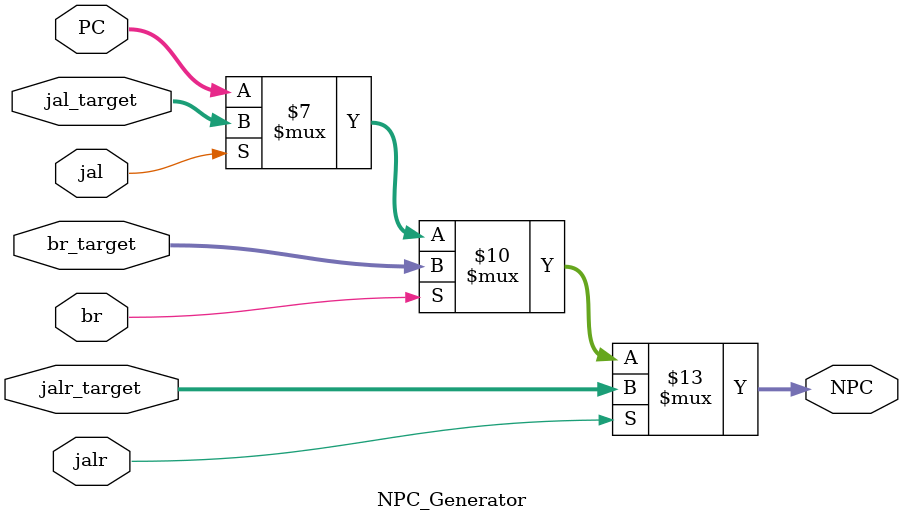
<source format=v>
`timescale 1ns / 1ps


//  功能说明
    //  根据跳转信号，决定执行的下一条指令地址
    //  debug端口用于simulation时批量写入数据，可以忽略
// 输入
    // PC                指令地址（PC + 4, 而非PC）
    // jal_target        jal跳转地址
    // jalr_target       jalr跳转地址
    // br_target         br跳转地址
    // jal               jal == 1时，有jal跳转
    // jalr              jalr == 1时，有jalr跳转
    // br                br == 1时，有br跳转
// 输出
    // NPC               下一条执行的指令地址
// 实验要求  
    // 实现NPC_Generator

module NPC_Generator(
    input wire [31:0] PC, jal_target, jalr_target, br_target,
    input wire jal, jalr, br,
    output reg [31:0] NPC
    );
    initial NPC = 0;
    always@(*)begin
        if(jalr==1)begin
           NPC <= jalr_target;
        end
        else if (br==1) begin
            NPC <= br_target;
        end
        else if (jal==1) begin
            NPC <= jal_target;
        end
        else begin
            NPC <= PC;
        end
    // TODO: Complete this module
    end
endmodule                                                                                                                                                     
</source>
